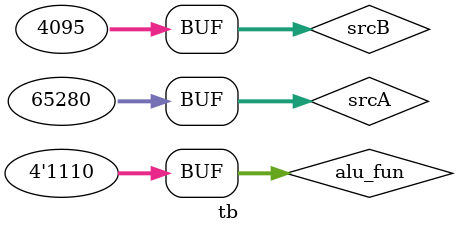
<source format=v>
`timescale 1ns / 1ps


module tb( );

   wire [31:0] result; 
   reg   [3:0] alu_fun; 
   reg  [31:0] srcA,srcB; 
   
alu  my_alu (
    .sel    (alu_fun),
    .op1    (srcA),
    .op2    (srcB),
    .result (result)
    );
   
   initial 
   begin
   
      alu_fun = 0;     // addition
      srcA = 32'd25; 
      srcB = 32'd26;       
      
      #20             // subtraction
      alu_fun = 8; 
      srcA = 32'd25; 
      srcB = 32'd26;          
      
      #20             // subtraction
      alu_fun = 8; 
      srcA = 32'hFFFFFFFF; 
      srcB = 32'd1;    
     
       #20             // OR
      alu_fun = 6; 
      srcA = 32'h0000AAAA; 
      srcB = 32'h00005555;   
      
       #20             // AND
      alu_fun = 7; 
      srcA = 32'h0000AAAA; 
      srcB = 32'h00005555;   

       #20             // XOR
      alu_fun = 4; 
      srcA = 32'h0000AAAA; 
      srcB = 32'h00005555;    

       #20             // shift right
      alu_fun = 5; 
      srcA = 32'h0000FF00; 
      srcB = 32'h00000085;   
      
       #20             // shift left
      alu_fun = 1; 
      srcA = 32'h0000FF00; 
      srcB = 32'h00000085;
      
       #20             // shift right arithmetic
      alu_fun = 13; 
      srcA = 32'h8000FF00; 
      srcB = 32'h00000085;          
        
       #20             // set if less than signed
      alu_fun = 2; 
      srcA = 32'h8000FF00; 
      srcB = 32'h00000005;    

       #20             // set if less than unsigned
      alu_fun = 3; 
      srcA = 32'h8000FF00; 
      srcB = 32'h00000005; 
      
       #20             // load upper immediate
      alu_fun = 9; 
      srcA = 32'h0000FF00; 
      srcB = 32'h00000FFF;      
      
      #20              // not specified
      alu_fun = 15; 
      srcA = 32'h0000FF00; 
      srcB = 32'h00000FFF;  

      #20              // not specified
      alu_fun = 14; 
      srcA = 32'h0000FF00; 
      srcB = 32'h00000FFF;  	  
     
   end  

endmodule

</source>
